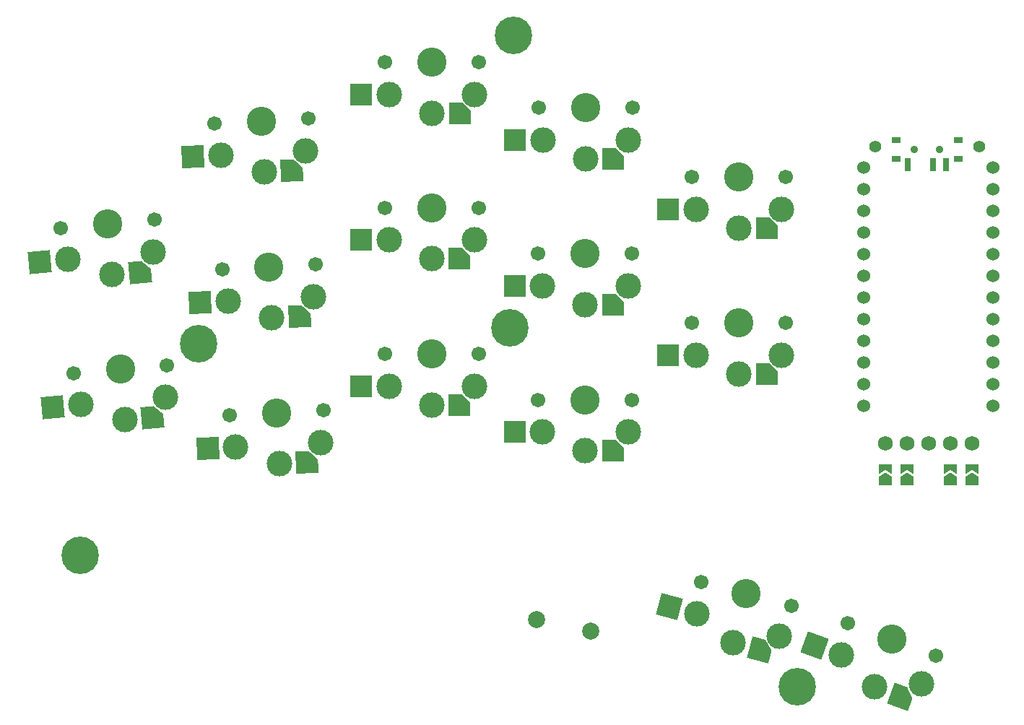
<source format=gbr>
%TF.GenerationSoftware,KiCad,Pcbnew,8.0.3*%
%TF.CreationDate,2024-06-27T17:01:22-04:00*%
%TF.ProjectId,reversiblepurringcat,72657665-7273-4696-926c-657075727269,rev?*%
%TF.SameCoordinates,Original*%
%TF.FileFunction,Soldermask,Bot*%
%TF.FilePolarity,Negative*%
%FSLAX46Y46*%
G04 Gerber Fmt 4.6, Leading zero omitted, Abs format (unit mm)*
G04 Created by KiCad (PCBNEW 8.0.3) date 2024-06-27 17:01:22*
%MOMM*%
%LPD*%
G01*
G04 APERTURE LIST*
G04 Aperture macros list*
%AMRotRect*
0 Rectangle, with rotation*
0 The origin of the aperture is its center*
0 $1 length*
0 $2 width*
0 $3 Rotation angle, in degrees counterclockwise*
0 Add horizontal line*
21,1,$1,$2,0,0,$3*%
%AMOutline5P*
0 Free polygon, 5 corners , with rotation*
0 The origin of the aperture is its center*
0 number of corners: always 5*
0 $1 to $10 corner X, Y*
0 $11 Rotation angle, in degrees counterclockwise*
0 create outline with 5 corners*
4,1,5,$1,$2,$3,$4,$5,$6,$7,$8,$9,$10,$1,$2,$11*%
%AMOutline6P*
0 Free polygon, 6 corners , with rotation*
0 The origin of the aperture is its center*
0 number of corners: always 6*
0 $1 to $12 corner X, Y*
0 $13 Rotation angle, in degrees counterclockwise*
0 create outline with 6 corners*
4,1,6,$1,$2,$3,$4,$5,$6,$7,$8,$9,$10,$11,$12,$1,$2,$13*%
%AMOutline7P*
0 Free polygon, 7 corners , with rotation*
0 The origin of the aperture is its center*
0 number of corners: always 7*
0 $1 to $14 corner X, Y*
0 $15 Rotation angle, in degrees counterclockwise*
0 create outline with 7 corners*
4,1,7,$1,$2,$3,$4,$5,$6,$7,$8,$9,$10,$11,$12,$13,$14,$1,$2,$15*%
%AMOutline8P*
0 Free polygon, 8 corners , with rotation*
0 The origin of the aperture is its center*
0 number of corners: always 8*
0 $1 to $16 corner X, Y*
0 $17 Rotation angle, in degrees counterclockwise*
0 create outline with 8 corners*
4,1,8,$1,$2,$3,$4,$5,$6,$7,$8,$9,$10,$11,$12,$13,$14,$15,$16,$1,$2,$17*%
%AMFreePoly0*
4,1,6,1.000000,0.000000,0.500000,-0.750000,-0.500000,-0.750000,-0.500000,0.750000,0.500000,0.750000,1.000000,0.000000,1.000000,0.000000,$1*%
%AMFreePoly1*
4,1,6,0.500000,-0.750000,-0.650000,-0.750000,-0.150000,0.000000,-0.650000,0.750000,0.500000,0.750000,0.500000,-0.750000,0.500000,-0.750000,$1*%
G04 Aperture macros list end*
%ADD10C,2.000000*%
%ADD11C,1.701800*%
%ADD12C,3.000000*%
%ADD13C,3.429000*%
%ADD14Outline5P,-1.300000X1.300000X0.260000X1.300000X1.300000X0.260000X1.300000X-1.300000X-1.300000X-1.300000X3.000000*%
%ADD15RotRect,2.600000X2.600000X3.000000*%
%ADD16Outline5P,-1.300000X1.300000X0.260000X1.300000X1.300000X0.260000X1.300000X-1.300000X-1.300000X-1.300000X345.000000*%
%ADD17RotRect,2.600000X2.600000X345.000000*%
%ADD18Outline5P,-1.300000X1.300000X0.260000X1.300000X1.300000X0.260000X1.300000X-1.300000X-1.300000X-1.300000X0.000000*%
%ADD19R,2.600000X2.600000*%
%ADD20Outline5P,-1.300000X1.300000X0.260000X1.300000X1.300000X0.260000X1.300000X-1.300000X-1.300000X-1.300000X5.000000*%
%ADD21RotRect,2.600000X2.600000X5.000000*%
%ADD22Outline5P,-1.300000X1.300000X0.260000X1.300000X1.300000X0.260000X1.300000X-1.300000X-1.300000X-1.300000X340.000000*%
%ADD23RotRect,2.600000X2.600000X340.000000*%
%ADD24C,1.524000*%
%ADD25C,0.700000*%
%ADD26C,4.400000*%
%ADD27C,1.397000*%
%ADD28C,1.752600*%
%ADD29FreePoly0,90.000000*%
%ADD30FreePoly1,90.000000*%
%ADD31R,0.700000X1.500000*%
%ADD32R,1.000000X0.800000*%
%ADD33C,0.900000*%
G04 APERTURE END LIST*
D10*
%TO.C,RSW0*%
X199178980Y-93675713D03*
X192821020Y-92324287D03*
%TD*%
D11*
%TO.C,20/25*%
X156833580Y-68412243D03*
D12*
X157529154Y-72130936D03*
D13*
X162326042Y-68124395D03*
D12*
X162637441Y-74066241D03*
X167515450Y-71607576D03*
D11*
X167818504Y-67836547D03*
D14*
X165907953Y-73894840D03*
D15*
X154258642Y-72302336D03*
%TD*%
D11*
%TO.C,26/29*%
X212074009Y-87931128D03*
D12*
X211586400Y-91682760D03*
D13*
X217386601Y-89354633D03*
D12*
X215846628Y-95101892D03*
X221245659Y-94270950D03*
D11*
X222699193Y-90778138D03*
D16*
X219010035Y-95949524D03*
D17*
X208422993Y-90835127D03*
%TD*%
D11*
%TO.C,21/24*%
X175005801Y-61236833D03*
D12*
X175505801Y-64986833D03*
D13*
X180505801Y-61236833D03*
D12*
X180505801Y-67186833D03*
X185505801Y-64986833D03*
D11*
X186005801Y-61236833D03*
D18*
X183780801Y-67186833D03*
D19*
X172230801Y-64986833D03*
%TD*%
D11*
%TO.C,22/23*%
X193014401Y-66596233D03*
D12*
X193514401Y-70346233D03*
D13*
X198514401Y-66596233D03*
D12*
X198514401Y-72546233D03*
X203514401Y-70346233D03*
D11*
X204014401Y-66596233D03*
D18*
X201789401Y-72546233D03*
D19*
X190239401Y-70346233D03*
%TD*%
D11*
%TO.C,1/8*%
X155067004Y-34218637D03*
D12*
X155762578Y-37937330D03*
D13*
X160559466Y-33930789D03*
D12*
X160870865Y-39872635D03*
X165748874Y-37413970D03*
D11*
X166051928Y-33642941D03*
D14*
X164141377Y-39701234D03*
D15*
X152492066Y-38108730D03*
%TD*%
D11*
%TO.C,0/9*%
X137031071Y-46450205D03*
D12*
X137856003Y-50142357D03*
D13*
X142510142Y-45970848D03*
D12*
X143028719Y-51898206D03*
X147817950Y-49270799D03*
D11*
X147989213Y-45491491D03*
D20*
X146291256Y-51612771D03*
D21*
X134593465Y-50427792D03*
%TD*%
D11*
%TO.C,10/19*%
X138520929Y-63479357D03*
D12*
X139345861Y-67171509D03*
D13*
X144000000Y-63000000D03*
D12*
X144518577Y-68927358D03*
X149307808Y-66299951D03*
D11*
X149479071Y-62520643D03*
D20*
X147781114Y-68641923D03*
D21*
X136083323Y-67456944D03*
%TD*%
D11*
%TO.C,13/16*%
X193014401Y-49476633D03*
D12*
X193514401Y-53226633D03*
D13*
X198514401Y-49476633D03*
D12*
X198514401Y-55426633D03*
X203514401Y-53226633D03*
D11*
X204014401Y-49476633D03*
D18*
X201789401Y-55426633D03*
D19*
X190239401Y-53226633D03*
%TD*%
D11*
%TO.C,12/17*%
X175005801Y-44117233D03*
D12*
X175505801Y-47867233D03*
D13*
X180505801Y-44117233D03*
D12*
X180505801Y-50067233D03*
X185505801Y-47867233D03*
D11*
X186005801Y-44117233D03*
D18*
X183780801Y-50067233D03*
D19*
X172230801Y-47867233D03*
%TD*%
D11*
%TO.C,3/6*%
X193039801Y-32357033D03*
D12*
X193539801Y-36107033D03*
D13*
X198539801Y-32357033D03*
D12*
X198539801Y-38307033D03*
X203539801Y-36107033D03*
D11*
X204039801Y-32357033D03*
D18*
X201814801Y-38307033D03*
D19*
X190264801Y-36107033D03*
%TD*%
D11*
%TO.C,2/7*%
X175031201Y-27023033D03*
D12*
X175531201Y-30773033D03*
D13*
X180531201Y-27023033D03*
D12*
X180531201Y-32973033D03*
X185531201Y-30773033D03*
D11*
X186031201Y-27023033D03*
D18*
X183806201Y-32973033D03*
D19*
X172256201Y-30773033D03*
%TD*%
D11*
%TO.C,11/18*%
X155937610Y-51316105D03*
D12*
X156633184Y-55034798D03*
D13*
X161430072Y-51028257D03*
D12*
X161741471Y-56970103D03*
X166619480Y-54511438D03*
D11*
X166922534Y-50740409D03*
D14*
X165011983Y-56798702D03*
D15*
X153362672Y-55206198D03*
%TD*%
D11*
%TO.C,14/15*%
X211000000Y-57600000D03*
D12*
X211500000Y-61350000D03*
D13*
X216500000Y-57600000D03*
D12*
X216500000Y-63550000D03*
X221500000Y-61350000D03*
D11*
X222000000Y-57600000D03*
D18*
X219775000Y-63550000D03*
D19*
X208225000Y-61350000D03*
%TD*%
D11*
%TO.C,27/28*%
X229312730Y-92805143D03*
D12*
X228500000Y-96500001D03*
D13*
X234481039Y-94686254D03*
D12*
X232446019Y-100277425D03*
X237896927Y-99920202D03*
D11*
X239649348Y-96567365D03*
D22*
X235523512Y-101397541D03*
D23*
X225422507Y-95379885D03*
%TD*%
D11*
%TO.C,4/5*%
X211000000Y-40480400D03*
D12*
X211500000Y-44230400D03*
D13*
X216500000Y-40480400D03*
D12*
X216500000Y-46430400D03*
X221500000Y-44230400D03*
D11*
X222000000Y-40480400D03*
D18*
X219775000Y-46430400D03*
D19*
X208225000Y-44230400D03*
%TD*%
D24*
%TO.C,U0*%
X246335640Y-39319672D03*
X246335640Y-41859672D03*
X246335640Y-44399672D03*
X246335640Y-46939672D03*
X246335640Y-49479672D03*
X246335640Y-52019672D03*
X246335640Y-54559672D03*
X246335640Y-57099672D03*
X246335640Y-59639672D03*
X246335640Y-62179672D03*
X246335640Y-64719672D03*
X246335640Y-67259672D03*
X231115640Y-67259672D03*
X231115640Y-64719672D03*
X231115640Y-62179672D03*
X231115640Y-59639672D03*
X231115640Y-57099672D03*
X231115640Y-54559672D03*
X231115640Y-52019672D03*
X231115640Y-49479672D03*
X231115640Y-46939672D03*
X231115640Y-44399672D03*
X231115640Y-41859672D03*
X231115640Y-39319672D03*
%TD*%
D25*
%TO.C,H1*%
X187994067Y-58119461D03*
X188477341Y-56952735D03*
X188477341Y-59286187D03*
X189644067Y-56469461D03*
D26*
X189644067Y-58119461D03*
D25*
X189644067Y-59769461D03*
X190810793Y-56952735D03*
X190810793Y-59286187D03*
X191294067Y-58119461D03*
%TD*%
%TO.C,H4*%
X137683274Y-84833274D03*
X138166548Y-83666548D03*
X138166548Y-86000000D03*
X139333274Y-83183274D03*
D26*
X139333274Y-84833274D03*
D25*
X139333274Y-86483274D03*
X140500000Y-83666548D03*
X140500000Y-86000000D03*
X140983274Y-84833274D03*
%TD*%
%TO.C,H2*%
X221705122Y-100275354D03*
X222188396Y-99108628D03*
X222188396Y-101442080D03*
X223355122Y-98625354D03*
D26*
X223355122Y-100275354D03*
D25*
X223355122Y-101925354D03*
X224521848Y-99108628D03*
X224521848Y-101442080D03*
X225005122Y-100275354D03*
%TD*%
D27*
%TO.C,Bat+0*%
X232531040Y-36866072D03*
%TD*%
D25*
%TO.C,H3*%
X151498104Y-60051128D03*
X151981378Y-58884402D03*
X151981378Y-61217854D03*
X153148104Y-58401128D03*
D26*
X153148104Y-60051128D03*
D25*
X153148104Y-61701128D03*
X154314830Y-58884402D03*
X154314830Y-61217854D03*
X154798104Y-60051128D03*
%TD*%
D27*
%TO.C,Bat-0*%
X244672240Y-36916872D03*
%TD*%
D25*
%TO.C,H0*%
X188424150Y-23901893D03*
X188907424Y-22735167D03*
X188907424Y-25068619D03*
X190074150Y-22251893D03*
D26*
X190074150Y-23901893D03*
D25*
X190074150Y-25551893D03*
X191240876Y-22735167D03*
X191240876Y-25068619D03*
X191724150Y-23901893D03*
%TD*%
D28*
%TO.C,J0*%
X243880000Y-71675000D03*
X241340000Y-71675000D03*
X238800000Y-71675000D03*
X236260000Y-71675000D03*
X233720000Y-71675000D03*
%TD*%
D29*
%TO.C,JP2*%
X236220000Y-76126000D03*
D30*
X236220000Y-74676000D03*
%TD*%
D29*
%TO.C,JP0*%
X233680000Y-76126000D03*
D30*
X233680000Y-74676000D03*
%TD*%
D31*
%TO.C,SW_PWR0*%
X240825000Y-39000000D03*
X239325000Y-39000000D03*
X236325000Y-39000000D03*
D32*
X242225000Y-38350000D03*
X242225000Y-36140000D03*
D33*
X240075000Y-37240000D03*
X237075000Y-37240000D03*
D32*
X234925000Y-38350000D03*
X234925000Y-36140000D03*
%TD*%
D29*
%TO.C,JP4*%
X241300000Y-76126000D03*
D30*
X241300000Y-74676000D03*
%TD*%
D29*
%TO.C,JP6*%
X243840000Y-76126000D03*
D30*
X243840000Y-74676000D03*
%TD*%
M02*

</source>
